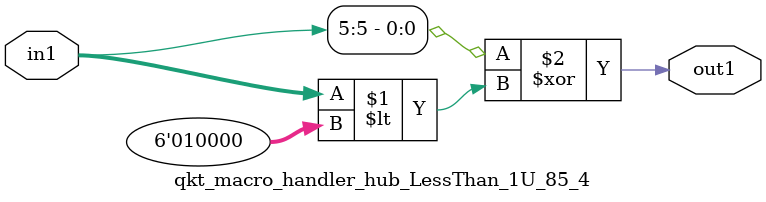
<source format=v>

`timescale 1ps / 1ps


module qkt_macro_handler_hub_LessThan_1U_85_4( in1, out1 );

    input [5:0] in1;
    output out1;

    
    // rtl_process:qkt_macro_handler_hub_LessThan_1U_85_4/qkt_macro_handler_hub_LessThan_1U_85_4_thread_1
    assign out1 = (in1[5] ^ in1 < 6'd16);

endmodule


</source>
